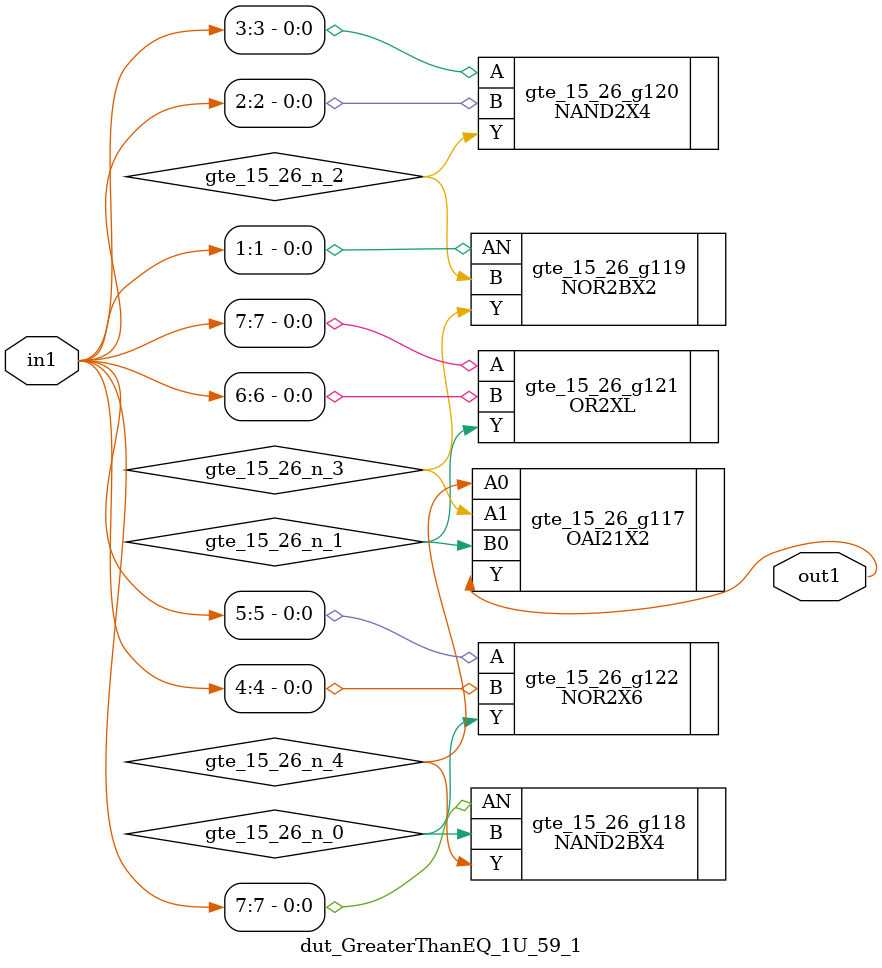
<source format=v>
`timescale 1ps / 1ps


module dut_GreaterThanEQ_1U_59_1(in1, out1);
  input [7:0] in1;
  output out1;
  wire [7:0] in1;
  wire out1;
  wire gte_15_26_n_0, gte_15_26_n_1, gte_15_26_n_2, gte_15_26_n_3,
       gte_15_26_n_4;
  OAI21X2 gte_15_26_g117(.A0 (gte_15_26_n_4), .A1 (gte_15_26_n_3), .B0
       (gte_15_26_n_1), .Y (out1));
  NAND2BX4 gte_15_26_g118(.AN (in1[7]), .B (gte_15_26_n_0), .Y
       (gte_15_26_n_4));
  NOR2BX2 gte_15_26_g119(.AN (in1[1]), .B (gte_15_26_n_2), .Y
       (gte_15_26_n_3));
  NAND2X4 gte_15_26_g120(.A (in1[3]), .B (in1[2]), .Y (gte_15_26_n_2));
  OR2XL gte_15_26_g121(.A (in1[7]), .B (in1[6]), .Y (gte_15_26_n_1));
  NOR2X6 gte_15_26_g122(.A (in1[5]), .B (in1[4]), .Y (gte_15_26_n_0));
endmodule



</source>
